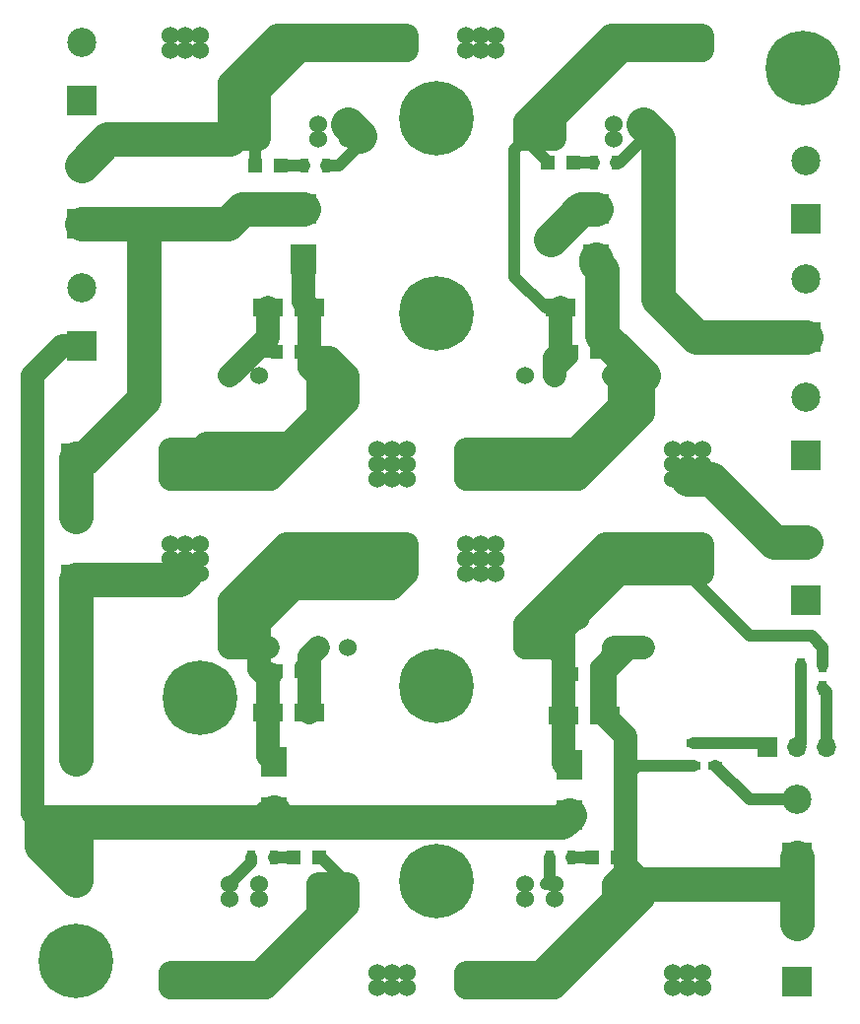
<source format=gtl>
G04 #@! TF.FileFunction,Copper,L1,Top,Signal*
%FSLAX46Y46*%
G04 Gerber Fmt 4.6, Leading zero omitted, Abs format (unit mm)*
G04 Created by KiCad (PCBNEW 4.0.6+dfsg1-1) date Mon Feb 26 19:52:27 2018*
%MOMM*%
%LPD*%
G01*
G04 APERTURE LIST*
%ADD10C,0.100000*%
%ADD11R,2.500000X2.500000*%
%ADD12C,2.500000*%
%ADD13C,1.524000*%
%ADD14R,2.600000X1.600000*%
%ADD15R,1.000000X1.250000*%
%ADD16R,1.200000X1.200000*%
%ADD17R,2.300000X2.500000*%
%ADD18R,0.700000X1.300000*%
%ADD19C,6.400000*%
%ADD20C,0.600000*%
%ADD21R,1.300000X0.700000*%
%ADD22R,1.700000X1.700000*%
%ADD23O,1.700000X1.700000*%
%ADD24C,3.000000*%
%ADD25C,1.000000*%
%ADD26C,2.000000*%
%ADD27C,0.250000*%
G04 APERTURE END LIST*
D10*
D11*
X67127120Y13533120D03*
D12*
X67127120Y18533120D03*
D13*
X32329120Y46045120D03*
X13279120Y46045120D03*
X32329120Y47315120D03*
X32329120Y48585120D03*
X33599120Y46045120D03*
X33599120Y47315120D03*
X33599120Y48585120D03*
X14549120Y46045120D03*
X14549120Y47315120D03*
X14549120Y48585120D03*
X13279120Y48585120D03*
X13279120Y47315120D03*
X32329120Y84145120D03*
X33599120Y82875120D03*
X33599120Y84145120D03*
X31059120Y46045120D03*
X31059120Y47315120D03*
X31059120Y48585120D03*
X15819120Y46045120D03*
X15819120Y48585120D03*
X15819120Y47315120D03*
X31059120Y82875120D03*
X31059120Y84145120D03*
X15819120Y82875120D03*
X32329120Y82875120D03*
X15819120Y84145120D03*
X14549120Y82875120D03*
X13279120Y82875120D03*
X13279120Y84145120D03*
X14549120Y84145120D03*
X28519120Y54935120D03*
X25979120Y54935120D03*
X20899120Y54935120D03*
X18359120Y54935120D03*
X28519120Y75255120D03*
X25979120Y75255120D03*
X20899120Y75255120D03*
X18359120Y75255120D03*
X28519120Y76525120D03*
X25979120Y76525120D03*
X20899120Y76525120D03*
X18359120Y76525120D03*
D11*
X5659120Y68016120D03*
D12*
X5659120Y73016120D03*
D11*
X5659120Y57475120D03*
D12*
X5659120Y62475120D03*
D11*
X5659120Y78557120D03*
D12*
X5659120Y83557120D03*
D11*
X67127120Y2865120D03*
D12*
X67127120Y7865120D03*
D11*
X5151120Y47823120D03*
D12*
X5151120Y42823120D03*
D11*
X5151120Y37409120D03*
D12*
X5151120Y32409120D03*
D11*
X67889120Y68397120D03*
D12*
X67889120Y73397120D03*
D11*
X67889120Y48077120D03*
D12*
X67889120Y53077120D03*
D11*
X67889120Y58237120D03*
D12*
X67889120Y63237120D03*
D11*
X67889120Y35631120D03*
D12*
X67889120Y40631120D03*
D13*
X57729120Y46045120D03*
X38679120Y46045120D03*
X57729120Y47315120D03*
X57729120Y48585120D03*
X58999120Y46045120D03*
X58999120Y47315120D03*
X58999120Y48585120D03*
X39949120Y46045120D03*
X39949120Y47315120D03*
X39949120Y48585120D03*
X38679120Y48585120D03*
X38679120Y47315120D03*
X57729120Y84145120D03*
X58999120Y82875120D03*
X58999120Y84145120D03*
X56459120Y46045120D03*
X56459120Y47315120D03*
X56459120Y48585120D03*
X41219120Y46045120D03*
X41219120Y48585120D03*
X41219120Y47315120D03*
X56459120Y82875120D03*
X56459120Y84145120D03*
X41219120Y82875120D03*
X57729120Y82875120D03*
X41219120Y84145120D03*
X39949120Y82875120D03*
X38679120Y82875120D03*
X38679120Y84145120D03*
X39949120Y84145120D03*
X53919120Y54935120D03*
X51379120Y54935120D03*
X46299120Y54935120D03*
X43759120Y54935120D03*
X53919120Y75255120D03*
X51379120Y75255120D03*
X46299120Y75255120D03*
X43759120Y75255120D03*
X53919120Y76525120D03*
X51379120Y76525120D03*
X46299120Y76525120D03*
X43759120Y76525120D03*
X14549120Y40457120D03*
X33599120Y40457120D03*
X14549120Y39187120D03*
X14549120Y37917120D03*
X13279120Y40457120D03*
X13279120Y39187120D03*
X13279120Y37917120D03*
X32329120Y40457120D03*
X32329120Y39187120D03*
X32329120Y37917120D03*
X33599120Y37917120D03*
X33599120Y39187120D03*
X14549120Y2357120D03*
X13279120Y3627120D03*
X13279120Y2357120D03*
X15819120Y40457120D03*
X15819120Y39187120D03*
X15819120Y37917120D03*
X31059120Y40457120D03*
X31059120Y37917120D03*
X31059120Y39187120D03*
X15819120Y3627120D03*
X15819120Y2357120D03*
X31059120Y3627120D03*
X14549120Y3627120D03*
X31059120Y2357120D03*
X32329120Y3627120D03*
X33599120Y3627120D03*
X33599120Y2357120D03*
X32329120Y2357120D03*
X18359120Y31567120D03*
X20899120Y31567120D03*
X25979120Y31567120D03*
X28519120Y31567120D03*
X18359120Y11247120D03*
X20899120Y11247120D03*
X25979120Y11247120D03*
X28519120Y11247120D03*
X18359120Y9977120D03*
X20899120Y9977120D03*
X25979120Y9977120D03*
X28519120Y9977120D03*
X39949120Y40457120D03*
X58999120Y40457120D03*
X39949120Y39187120D03*
X39949120Y37917120D03*
X38679120Y40457120D03*
X38679120Y39187120D03*
X38679120Y37917120D03*
X57729120Y40457120D03*
X57729120Y39187120D03*
X57729120Y37917120D03*
X58999120Y37917120D03*
X58999120Y39187120D03*
X39949120Y2357120D03*
X38679120Y3627120D03*
X38679120Y2357120D03*
X41219120Y40457120D03*
X41219120Y39187120D03*
X41219120Y37917120D03*
X56459120Y40457120D03*
X56459120Y37917120D03*
X56459120Y39187120D03*
X41219120Y3627120D03*
X41219120Y2357120D03*
X56459120Y3627120D03*
X39949120Y3627120D03*
X56459120Y2357120D03*
X57729120Y3627120D03*
X58999120Y3627120D03*
X58999120Y2357120D03*
X57729120Y2357120D03*
X43759120Y31567120D03*
X46299120Y31567120D03*
X51379120Y31567120D03*
X53919120Y31567120D03*
X43759120Y11247120D03*
X46299120Y11247120D03*
X51379120Y11247120D03*
X53919120Y11247120D03*
X43759120Y9977120D03*
X46299120Y9977120D03*
X51379120Y9977120D03*
X53919120Y9977120D03*
D14*
X25239120Y60777120D03*
X21639120Y60777120D03*
X21639120Y25979120D03*
X25239120Y25979120D03*
D15*
X24439120Y56967120D03*
X22439120Y56967120D03*
X22439120Y29535120D03*
X24439120Y29535120D03*
D14*
X50385120Y60777120D03*
X46785120Y60777120D03*
X47039120Y25725120D03*
X50639120Y25725120D03*
D15*
X49839120Y56967120D03*
X47839120Y56967120D03*
X47839120Y29281120D03*
X49839120Y29281120D03*
D16*
X22761120Y72969120D03*
X20561120Y72969120D03*
X47907120Y73223120D03*
X45707120Y73223120D03*
D17*
X24709120Y64977120D03*
X24709120Y69277120D03*
X22169120Y21779120D03*
X22169120Y17479120D03*
D16*
X23863120Y13533120D03*
X26063120Y13533120D03*
X49517120Y13533120D03*
X51717120Y13533120D03*
D17*
X49855120Y64977120D03*
X49855120Y69277120D03*
X47569120Y21525120D03*
X47569120Y17225120D03*
D18*
X26675120Y72969120D03*
X24775120Y72969120D03*
X51567120Y73223120D03*
X49667120Y73223120D03*
X20266620Y13533120D03*
X22166620Y13533120D03*
X45857120Y13533120D03*
X47757120Y13533120D03*
D11*
X5151120Y16581120D03*
D12*
X5151120Y11581120D03*
D11*
X5151120Y26995120D03*
D12*
X5151120Y21995120D03*
D19*
X5151120Y4643120D03*
D20*
X7551120Y4643120D03*
X6848176Y2946064D03*
X5151120Y2243120D03*
X3454064Y2946064D03*
X2751120Y4643120D03*
X3454064Y6340176D03*
X5151120Y7043120D03*
X6848176Y6340176D03*
D19*
X36139120Y77033120D03*
D20*
X38539120Y77033120D03*
X37836176Y75336064D03*
X36139120Y74633120D03*
X34442064Y75336064D03*
X33739120Y77033120D03*
X34442064Y78730176D03*
X36139120Y79433120D03*
X37836176Y78730176D03*
D19*
X36139120Y28265120D03*
D20*
X38539120Y28265120D03*
X37836176Y26568064D03*
X36139120Y25865120D03*
X34442064Y26568064D03*
X33739120Y28265120D03*
X34442064Y29962176D03*
X36139120Y30665120D03*
X37836176Y29962176D03*
D19*
X36139120Y60269120D03*
D20*
X38539120Y60269120D03*
X37836176Y58572064D03*
X36139120Y57869120D03*
X34442064Y58572064D03*
X33739120Y60269120D03*
X34442064Y61966176D03*
X36139120Y62669120D03*
X37836176Y61966176D03*
D19*
X15819120Y27249120D03*
D20*
X18219120Y27249120D03*
X17516176Y25552064D03*
X15819120Y24849120D03*
X14122064Y25552064D03*
X13419120Y27249120D03*
X14122064Y28946176D03*
X15819120Y29649120D03*
X17516176Y28946176D03*
D19*
X36139120Y11501120D03*
D20*
X38539120Y11501120D03*
X37836176Y9804064D03*
X36139120Y9101120D03*
X34442064Y9804064D03*
X33739120Y11501120D03*
X34442064Y13198176D03*
X36139120Y13901120D03*
X37836176Y13198176D03*
D19*
X67635120Y81351120D03*
D20*
X70035120Y81351120D03*
X69332176Y79654064D03*
X67635120Y78951120D03*
X65938064Y79654064D03*
X65235120Y81351120D03*
X65938064Y83048176D03*
X67635120Y83751120D03*
X69332176Y83048176D03*
D21*
X60142120Y21473120D03*
X60142120Y23373120D03*
X58237120Y23373120D03*
X58237120Y21473120D03*
D18*
X69347120Y30043120D03*
X67447120Y30043120D03*
X67447120Y28138120D03*
X69347120Y28138120D03*
D22*
X64587120Y23058120D03*
D23*
X67127120Y23058120D03*
X69667120Y23058120D03*
D20*
X58237120Y21473120D03*
X25239120Y25979120D03*
X45943520Y66619120D03*
X47061120Y67736720D03*
X48204120Y68905120D03*
D24*
X67127120Y13533120D02*
X67127120Y7865120D01*
X53919120Y11247120D02*
X66238120Y11247120D01*
X67127120Y12136120D02*
X67127120Y13533120D01*
X66238120Y11247120D02*
X67127120Y12136120D01*
D25*
X52395120Y21153120D02*
X53157120Y21153120D01*
X52715120Y21153120D02*
X53157120Y21153120D01*
X52395120Y21473120D02*
X52715120Y21153120D01*
X58237120Y21473120D02*
X52395120Y21473120D01*
X69667120Y23058120D02*
X69667120Y27818120D01*
X69667120Y27818120D02*
X69347120Y28138120D01*
X46785120Y60777120D02*
X45537120Y60777120D01*
X45537120Y60777120D02*
X42870120Y63444120D01*
X42870120Y74366120D02*
X43759120Y75255120D01*
X42870120Y63444120D02*
X42870120Y74366120D01*
D24*
X67889120Y40631120D02*
X65175120Y40631120D01*
X65175120Y40631120D02*
X59761120Y46045120D01*
X59761120Y46045120D02*
X57729120Y46045120D01*
X18359120Y75255120D02*
X7898120Y75255120D01*
X7898120Y75255120D02*
X5659120Y73016120D01*
D25*
X20561120Y72969120D02*
X20561120Y74917120D01*
X20561120Y74917120D02*
X20899120Y75255120D01*
D24*
X5151120Y37409120D02*
X14041120Y37409120D01*
X14041120Y37409120D02*
X14549120Y37917120D01*
D26*
X58999120Y84145120D02*
X58999120Y82875120D01*
D25*
X45707120Y73223120D02*
X45707120Y73307120D01*
X45707120Y73307120D02*
X43759120Y75255120D01*
D26*
X46785120Y60777120D02*
X46785120Y56989120D01*
X46299120Y56503120D02*
X46299120Y54935120D01*
X46785120Y56989120D02*
X46299120Y56503120D01*
D25*
X47839120Y56967120D02*
X47839120Y56475120D01*
X47839120Y56475120D02*
X46299120Y54935120D01*
D26*
X50639120Y25725120D02*
X50639120Y29557120D01*
X50639120Y29557120D02*
X52649120Y31567120D01*
X51379120Y11247120D02*
X52395120Y12263120D01*
X52395120Y23969120D02*
X50639120Y25725120D01*
X52395120Y12263120D02*
X52395120Y21153120D01*
X52395120Y21153120D02*
X52395120Y23969120D01*
X53919120Y11247120D02*
X54681120Y11247120D01*
X25979120Y31567120D02*
X25239120Y30827120D01*
X25239120Y25979120D02*
X25239120Y30827120D01*
X21639120Y60777120D02*
X21639120Y58215120D01*
X21639120Y58215120D02*
X18359120Y54935120D01*
D25*
X21639120Y60777120D02*
X21639120Y57767120D01*
X21639120Y57767120D02*
X22439120Y56967120D01*
X22439120Y56967120D02*
X20391120Y56967120D01*
X20391120Y56967120D02*
X18359120Y54935120D01*
X26063120Y13533120D02*
X26233120Y13533120D01*
X26233120Y13533120D02*
X28519120Y11247120D01*
X51717120Y13533120D02*
X52395120Y13533120D01*
X52395120Y13533120D02*
X53919120Y12009120D01*
X53919120Y12009120D02*
X53919120Y11247120D01*
D24*
X5151120Y26995120D02*
X5151120Y21995120D01*
X5151120Y32409120D02*
X5151120Y26995120D01*
X5151120Y37409120D02*
X5151120Y32409120D01*
D26*
X46299120Y76525120D02*
X46299120Y77033120D01*
X46299120Y77033120D02*
X52141120Y82875120D01*
X52141120Y82875120D02*
X56459120Y82875120D01*
X56459120Y82875120D02*
X56459120Y84145120D01*
X58999120Y82875120D02*
X56459120Y82875120D01*
X56459120Y84145120D02*
X58999120Y84145120D01*
X43759120Y76525120D02*
X43759120Y76779120D01*
X43759120Y76779120D02*
X51125120Y84145120D01*
X51125120Y84145120D02*
X56459120Y84145120D01*
X43759120Y76525120D02*
X43759120Y75255120D01*
X46299120Y75255120D02*
X46299120Y76525120D01*
X43759120Y75255120D02*
X46299120Y75255120D01*
X43759120Y76525120D02*
X46299120Y76525120D01*
X31059120Y82875120D02*
X24455120Y82875120D01*
X23947120Y82875120D02*
X23947120Y82367120D01*
X24455120Y82875120D02*
X23947120Y82875120D01*
X18359120Y76525120D02*
X18867120Y76525120D01*
X18867120Y76525120D02*
X19629120Y77287120D01*
X19629120Y79827120D02*
X22931120Y83129120D01*
X19629120Y77287120D02*
X19629120Y79827120D01*
X18359120Y76525120D02*
X18359120Y80081120D01*
X22423120Y84145120D02*
X25725120Y84145120D01*
X18359120Y80081120D02*
X22423120Y84145120D01*
X18359120Y76525120D02*
X20899120Y76525120D01*
X18359120Y75255120D02*
X18359120Y76525120D01*
X18359120Y75255120D02*
X20899120Y75255120D01*
X20899120Y76525120D02*
X20899120Y75255120D01*
X33599120Y84145120D02*
X32329120Y84145120D01*
X33599120Y82875120D02*
X33599120Y84145120D01*
X32329120Y82875120D02*
X33599120Y82875120D01*
X31059120Y82875120D02*
X32329120Y82875120D01*
X31059120Y84145120D02*
X31059120Y82875120D01*
X20899120Y76525120D02*
X20899120Y79319120D01*
X20899120Y79319120D02*
X23947120Y82367120D01*
X23947120Y82367120D02*
X25725120Y84145120D01*
X25725120Y84145120D02*
X32329120Y84145120D01*
X41219120Y2357120D02*
X46299120Y2357120D01*
X46299120Y2357120D02*
X53919120Y9977120D01*
X41219120Y3627120D02*
X45029120Y3627120D01*
X45029120Y3627120D02*
X51379120Y9977120D01*
X53919120Y11247120D02*
X51379120Y11247120D01*
X53919120Y9977120D02*
X53919120Y11247120D01*
X51379120Y9977120D02*
X53919120Y9977120D01*
X51379120Y11247120D02*
X51379120Y9977120D01*
X38679120Y2357120D02*
X38679120Y3627120D01*
X39949120Y2357120D02*
X38679120Y2357120D01*
X41219120Y2357120D02*
X39949120Y2357120D01*
X41219120Y3627120D02*
X41219120Y2357120D01*
X39949120Y3627120D02*
X41219120Y3627120D01*
X38679120Y3627120D02*
X39949120Y3627120D01*
D25*
X49839120Y29281120D02*
X49839120Y26525120D01*
X49839120Y26525120D02*
X50639120Y25725120D01*
X49839120Y29281120D02*
X49839120Y30027120D01*
X49839120Y30027120D02*
X51379120Y31567120D01*
D26*
X51379120Y31567120D02*
X52649120Y31567120D01*
X52649120Y31567120D02*
X53919120Y31567120D01*
X28519120Y9977120D02*
X28519120Y9405620D01*
X28519120Y9405620D02*
X21470620Y2357120D01*
X21470620Y2357120D02*
X19629120Y2357120D01*
X15819120Y3627120D02*
X20899120Y3627120D01*
X21534120Y3690620D02*
X21534120Y4262120D01*
X20962620Y3690620D02*
X21534120Y3690620D01*
X20899120Y3627120D02*
X20962620Y3690620D01*
X25979120Y9977120D02*
X25979120Y8707120D01*
X25979120Y8707120D02*
X21534120Y4262120D01*
X19629120Y2357120D02*
X15819120Y2357120D01*
X21534120Y4262120D02*
X19629120Y2357120D01*
X13279120Y2357120D02*
X13279120Y3627120D01*
X14549120Y2357120D02*
X13279120Y2357120D01*
X15819120Y2357120D02*
X14549120Y2357120D01*
X15819120Y3627120D02*
X15819120Y2357120D01*
X14549120Y3627120D02*
X15819120Y3627120D01*
X13279120Y3627120D02*
X14549120Y3627120D01*
X28519120Y11247120D02*
X25979120Y11247120D01*
X28519120Y9977120D02*
X28519120Y11247120D01*
X25979120Y9977120D02*
X28519120Y9977120D01*
X25979120Y11247120D02*
X25979120Y9977120D01*
D25*
X24439120Y29535120D02*
X24439120Y30027120D01*
X24439120Y30027120D02*
X25979120Y31567120D01*
D24*
X5151120Y16581120D02*
X2166620Y16581120D01*
X2166620Y16581120D02*
X2166620Y14565620D01*
X2166620Y14565620D02*
X5151120Y11581120D01*
D26*
X5659120Y57475120D02*
X3944620Y57475120D01*
X1404620Y17343120D02*
X2166620Y16581120D01*
X1404620Y54935120D02*
X1404620Y17343120D01*
X3944620Y57475120D02*
X1404620Y54935120D01*
D24*
X5151120Y11581120D02*
X5151120Y16581120D01*
X20899120Y16581120D02*
X46925120Y16581120D01*
X46925120Y16581120D02*
X47569120Y17225120D01*
X5151120Y16581120D02*
X20899120Y16581120D01*
X20899120Y16581120D02*
X21271120Y16581120D01*
X21271120Y16581120D02*
X22169120Y17479120D01*
X47061120Y67736720D02*
X45943520Y66619120D01*
X48204120Y68905120D02*
X48204120Y68879720D01*
X48204120Y68879720D02*
X47061120Y67736720D01*
X49855120Y69277120D02*
X48576120Y69277120D01*
X48576120Y69277120D02*
X48204120Y68905120D01*
X5151120Y47823120D02*
X5913120Y47823120D01*
X5913120Y47823120D02*
X10993120Y52903120D01*
X10993120Y52903120D02*
X10993120Y68016120D01*
X5151120Y47823120D02*
X5151120Y42823120D01*
X5659120Y68016120D02*
X10993120Y68016120D01*
X10993120Y68016120D02*
X18232120Y68016120D01*
X19493120Y69277120D02*
X24709120Y69277120D01*
X18232120Y68016120D02*
X19493120Y69277120D01*
D25*
X67127120Y18533120D02*
X63082120Y18533120D01*
X63082120Y18533120D02*
X60142120Y21473120D01*
X26675120Y72969120D02*
X27757120Y72969120D01*
X29535120Y74747120D02*
X29535120Y75509120D01*
X27757120Y72969120D02*
X29535120Y74747120D01*
D24*
X29535120Y75509120D02*
X29535120Y75509120D01*
X29535120Y75509120D02*
X28519120Y76525120D01*
D25*
X20266620Y13533120D02*
X20266620Y13154620D01*
X20266620Y13154620D02*
X18359120Y11247120D01*
D24*
X67889120Y58237120D02*
X58491120Y58237120D01*
X55189120Y75255120D02*
X53919120Y76525120D01*
X55189120Y61539120D02*
X55189120Y75255120D01*
X58491120Y58237120D02*
X55189120Y61539120D01*
D25*
X51567120Y73223120D02*
X51887120Y73223120D01*
X51887120Y73223120D02*
X53919120Y75255120D01*
X45857120Y13533120D02*
X45857120Y11567120D01*
X45857120Y11567120D02*
X45537120Y11247120D01*
X45537120Y11247120D02*
X46299120Y11247120D01*
D26*
X25239120Y56459120D02*
X26995120Y56459120D01*
X26995120Y56459120D02*
X28519120Y54935120D01*
X25239120Y57767120D02*
X25239120Y56459120D01*
X25239120Y56459120D02*
X25239120Y55675120D01*
X25239120Y55675120D02*
X25979120Y54935120D01*
X25239120Y60777120D02*
X25239120Y57767120D01*
X24709120Y64977120D02*
X24709120Y61307120D01*
X24709120Y61307120D02*
X25239120Y60777120D01*
D25*
X25239120Y57767120D02*
X24439120Y56967120D01*
X24439120Y56967120D02*
X26487120Y56967120D01*
X26487120Y56967120D02*
X28519120Y54935120D01*
D26*
X27503120Y51633120D02*
X27503120Y53411120D01*
X27503120Y53411120D02*
X27249120Y53665120D01*
X14549120Y47315120D02*
X23185120Y47315120D01*
X22423120Y47569120D02*
X22423120Y46553120D01*
X22931120Y47569120D02*
X22423120Y47569120D01*
X23185120Y47315120D02*
X22931120Y47569120D01*
X13279120Y46045120D02*
X13279120Y48585120D01*
X28519120Y54935120D02*
X28519120Y52649120D01*
X28519120Y52649120D02*
X27503120Y51633120D01*
X21915120Y46045120D02*
X13279120Y46045120D01*
X27503120Y51633120D02*
X22423120Y46553120D01*
X22423120Y46553120D02*
X21915120Y46045120D01*
X25979120Y54935120D02*
X28519120Y54935120D01*
X13279120Y48585120D02*
X15819120Y48585120D01*
X15819120Y48585120D02*
X16327120Y49093120D01*
X16327120Y49093120D02*
X23439120Y49093120D01*
X25979120Y51633120D02*
X25979120Y54935120D01*
X23439120Y49093120D02*
X25979120Y51633120D01*
X29789120Y36647120D02*
X32329120Y36647120D01*
X32329120Y36647120D02*
X33599120Y37917120D01*
X20899120Y31567120D02*
X20899120Y33599120D01*
X29789120Y36647120D02*
X31059120Y37917120D01*
X23947120Y36647120D02*
X29789120Y36647120D01*
X20899120Y33599120D02*
X23947120Y36647120D01*
X33599120Y39187120D02*
X23947120Y39187120D01*
X19629120Y32329120D02*
X18867120Y31567120D01*
X19629120Y34869120D02*
X19629120Y32329120D01*
X23947120Y39187120D02*
X19629120Y34869120D01*
X18867120Y31567120D02*
X18359120Y31567120D01*
X33599120Y37917120D02*
X33599120Y40457120D01*
X20899120Y31567120D02*
X20899120Y35123120D01*
X20899120Y35123120D02*
X23693120Y37917120D01*
X23693120Y37917120D02*
X33599120Y37917120D01*
X18359120Y31567120D02*
X18359120Y35631120D01*
X18359120Y35631120D02*
X23185120Y40457120D01*
X23185120Y40457120D02*
X33599120Y40457120D01*
D25*
X21639120Y25979120D02*
X21639120Y28735120D01*
X21639120Y28735120D02*
X22439120Y29535120D01*
D26*
X18359120Y31567120D02*
X21661120Y31567120D01*
X21661120Y31567120D02*
X20899120Y31567120D01*
X20899120Y31567120D02*
X20899120Y29745120D01*
X20899120Y29745120D02*
X21639120Y29005120D01*
X21639120Y25979120D02*
X21639120Y29005120D01*
X21639120Y29005120D02*
X21915120Y29281120D01*
X21639120Y25979120D02*
X21639120Y22309120D01*
X21639120Y22309120D02*
X22169120Y21779120D01*
D25*
X51379120Y54935120D02*
X51379120Y51887120D01*
X51379120Y51887120D02*
X46680120Y47188120D01*
X42616120Y47188120D02*
X41219120Y48585120D01*
X46680120Y47188120D02*
X42616120Y47188120D01*
D27*
X51379120Y54935120D02*
X51379120Y55427120D01*
X51379120Y55427120D02*
X49839120Y56967120D01*
D24*
X50385120Y60777120D02*
X50385120Y58469120D01*
X50385120Y58469120D02*
X53919120Y54935120D01*
X49855120Y64977120D02*
X49855120Y64587120D01*
X49855120Y64587120D02*
X50385120Y64057120D01*
X50385120Y64057120D02*
X50385120Y60777120D01*
D26*
X49474120Y47188120D02*
X38806120Y47188120D01*
X38806120Y47188120D02*
X38679120Y47315120D01*
X51379120Y54935120D02*
X52395120Y54935120D01*
X52649120Y54681120D02*
X52649120Y50363120D01*
X52395120Y54935120D02*
X52649120Y54681120D01*
X51379120Y54935120D02*
X53919120Y54935120D01*
X38679120Y48585120D02*
X48077120Y48585120D01*
X48077120Y48585120D02*
X51379120Y51887120D01*
X38679120Y48585120D02*
X38679120Y46045120D01*
X38679120Y46045120D02*
X41219120Y46045120D01*
X41219120Y46045120D02*
X48331120Y46045120D01*
X48331120Y46045120D02*
X49474120Y47188120D01*
X49474120Y47188120D02*
X52649120Y50363120D01*
X53919120Y51633120D02*
X53919120Y54935120D01*
X52649120Y50363120D02*
X53919120Y51633120D01*
D25*
X69347120Y30043120D02*
X69347120Y31633120D01*
X63063120Y32583120D02*
X57729120Y37917120D01*
X68397120Y32583120D02*
X63063120Y32583120D01*
X69347120Y31633120D02*
X68397120Y32583120D01*
D26*
X58999120Y40457120D02*
X58999120Y39187120D01*
X57729120Y40457120D02*
X58999120Y40457120D01*
X57729120Y39187120D02*
X57729120Y40457120D01*
X57729120Y37917120D02*
X57729120Y39187120D01*
X56459120Y37917120D02*
X57729120Y37917120D01*
X56459120Y39187120D02*
X56459120Y37917120D01*
X56459120Y40457120D02*
X56459120Y39187120D01*
X47061120Y29281120D02*
X47061120Y33091120D01*
X48331120Y34107120D02*
X48331120Y34361120D01*
X48077120Y34107120D02*
X48331120Y34107120D01*
X47061120Y33091120D02*
X48077120Y34107120D01*
X58999120Y39187120D02*
X51379120Y39187120D01*
X51379120Y39187120D02*
X43759120Y31567120D01*
X58999120Y37917120D02*
X58999120Y40457120D01*
X46299120Y31567120D02*
X46299120Y32329120D01*
X46299120Y32329120D02*
X48331120Y34361120D01*
X48331120Y34361120D02*
X51887120Y37917120D01*
X51887120Y37917120D02*
X58999120Y37917120D01*
X43759120Y31567120D02*
X43759120Y33599120D01*
X50617120Y40457120D02*
X58999120Y40457120D01*
X43759120Y33599120D02*
X50617120Y40457120D01*
D25*
X47839120Y29281120D02*
X47061120Y29281120D01*
X47061120Y29281120D02*
X47039120Y29281120D01*
X47039120Y29281120D02*
X47124620Y29281120D01*
X47124620Y29281120D02*
X47039120Y29281120D01*
D26*
X43759120Y31567120D02*
X46299120Y31567120D01*
X47039120Y25725120D02*
X47039120Y29281120D01*
X47039120Y29281120D02*
X47039120Y30827120D01*
X47039120Y30827120D02*
X46299120Y31567120D01*
X47569120Y21525120D02*
X47197120Y21525120D01*
X47197120Y21525120D02*
X47039120Y21683120D01*
X47039120Y21683120D02*
X47039120Y25725120D01*
D25*
X22761120Y72969120D02*
X24775120Y72969120D01*
X47907120Y73223120D02*
X49667120Y73223120D01*
X22166620Y13533120D02*
X23863120Y13533120D01*
X47757120Y13533120D02*
X49517120Y13533120D01*
X60142120Y23373120D02*
X64272120Y23373120D01*
X64272120Y23373120D02*
X64587120Y23058120D01*
X58237120Y23373120D02*
X60142120Y23373120D01*
X67447120Y28138120D02*
X67447120Y23378120D01*
X67447120Y23378120D02*
X67127120Y23058120D01*
X67447120Y30043120D02*
X67447120Y28138120D01*
M02*

</source>
